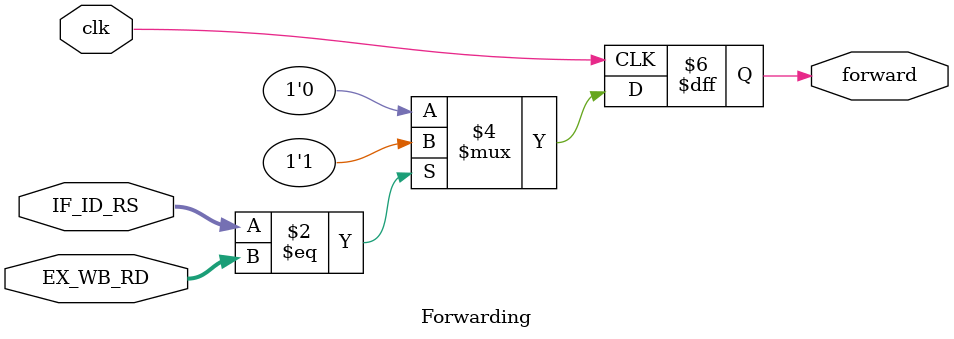
<source format=v>
module Forwarding(
input clk,
    input [2:0] IF_ID_RS,
    input [2:0] EX_WB_RD,
    output reg forward
    );
    
    always @(posedge clk)
    begin
        if(IF_ID_RS == EX_WB_RD)
        forward = 1'b1;
        else 
        forward = 1'b0;
    end
endmodule

</source>
